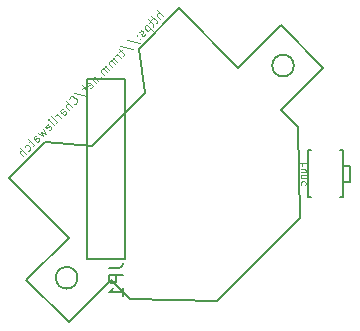
<source format=gbo>
G04 #@! TF.GenerationSoftware,KiCad,Pcbnew,5.0.2-bee76a0~70~ubuntu18.04.1*
G04 #@! TF.CreationDate,2019-09-23T19:43:07+01:00*
G04 #@! TF.ProjectId,charliewatch-norf-routed,63686172-6c69-4657-9761-7463682d6e6f,rev?*
G04 #@! TF.SameCoordinates,Original*
G04 #@! TF.FileFunction,Legend,Bot*
G04 #@! TF.FilePolarity,Positive*
%FSLAX46Y46*%
G04 Gerber Fmt 4.6, Leading zero omitted, Abs format (unit mm)*
G04 Created by KiCad (PCBNEW 5.0.2-bee76a0~70~ubuntu18.04.1) date Mon 23 Sep 2019 19:43:07 BST*
%MOMM*%
%LPD*%
G01*
G04 APERTURE LIST*
%ADD10C,0.060960*%
%ADD11C,0.150000*%
%ADD12C,0.127000*%
%ADD13C,0.203200*%
%ADD14C,0.121920*%
G04 APERTURE END LIST*
D10*
X147501331Y-91667118D02*
X146989457Y-91155243D01*
X147281956Y-91886493D02*
X147013832Y-91618368D01*
X146989457Y-91545243D01*
X147013832Y-91472118D01*
X147086957Y-91398993D01*
X147160081Y-91374618D01*
X147208831Y-91374618D01*
X146770082Y-91715868D02*
X146575082Y-91910868D01*
X146526332Y-91618368D02*
X146965082Y-92057118D01*
X146989457Y-92130242D01*
X146965082Y-92203367D01*
X146916332Y-92252117D01*
X146477582Y-92008368D02*
X146282582Y-92203367D01*
X146233832Y-91910868D02*
X146672582Y-92349617D01*
X146696957Y-92422742D01*
X146672582Y-92495867D01*
X146623832Y-92544617D01*
X146111957Y-92373992D02*
X146623832Y-92885867D01*
X146136332Y-92398367D02*
X146063207Y-92422742D01*
X145965707Y-92520242D01*
X145941332Y-92593367D01*
X145941332Y-92642117D01*
X145965707Y-92715242D01*
X146111957Y-92861492D01*
X146185082Y-92885867D01*
X146233832Y-92885867D01*
X146306957Y-92861492D01*
X146404457Y-92763992D01*
X146428832Y-92690867D01*
X145990082Y-93129617D02*
X145965707Y-93202742D01*
X145868207Y-93300242D01*
X145795083Y-93324617D01*
X145721958Y-93300242D01*
X145697583Y-93275867D01*
X145673208Y-93202742D01*
X145697583Y-93129617D01*
X145770708Y-93056492D01*
X145795083Y-92983367D01*
X145770708Y-92910242D01*
X145746333Y-92885867D01*
X145673208Y-92861492D01*
X145600083Y-92885867D01*
X145526958Y-92958992D01*
X145502583Y-93032117D01*
X145526958Y-93543991D02*
X145526958Y-93592741D01*
X145575708Y-93592741D01*
X145575708Y-93543991D01*
X145526958Y-93543991D01*
X145575708Y-93592741D01*
X145258833Y-93275867D02*
X145258833Y-93324617D01*
X145307583Y-93324617D01*
X145307583Y-93275867D01*
X145258833Y-93275867D01*
X145307583Y-93324617D01*
X144430084Y-93665866D02*
X145526958Y-93885241D01*
X143893834Y-94202116D02*
X144990708Y-94421491D01*
X143991334Y-94494616D02*
X143796334Y-94689615D01*
X143747584Y-94397116D02*
X144186334Y-94835865D01*
X144210709Y-94908990D01*
X144186334Y-94982115D01*
X144137584Y-95030865D01*
X143966959Y-95201490D02*
X143625709Y-94860240D01*
X143723209Y-94957740D02*
X143650084Y-94933365D01*
X143601334Y-94933365D01*
X143528209Y-94957740D01*
X143479459Y-95006490D01*
X143650084Y-95518365D02*
X143308835Y-95177115D01*
X143357584Y-95225865D02*
X143308835Y-95225865D01*
X143235710Y-95250240D01*
X143162585Y-95323365D01*
X143138210Y-95396490D01*
X143162585Y-95469615D01*
X143430709Y-95737740D01*
X143162585Y-95469615D02*
X143089460Y-95445240D01*
X143016335Y-95469615D01*
X142943210Y-95542740D01*
X142918835Y-95615865D01*
X142943210Y-95688990D01*
X143211335Y-95957114D01*
X142967585Y-96200864D02*
X142626335Y-95859615D01*
X142675085Y-95908364D02*
X142626335Y-95908364D01*
X142553210Y-95932739D01*
X142480085Y-96005864D01*
X142455710Y-96078989D01*
X142480085Y-96152114D01*
X142748210Y-96420239D01*
X142480085Y-96152114D02*
X142406960Y-96127739D01*
X142333835Y-96152114D01*
X142260710Y-96225239D01*
X142236335Y-96298364D01*
X142260710Y-96371489D01*
X142528835Y-96639614D01*
X142236335Y-96834614D02*
X142236335Y-96883364D01*
X142285085Y-96883364D01*
X142285085Y-96834614D01*
X142236335Y-96834614D01*
X142285085Y-96883364D01*
X141700086Y-96785864D02*
X142041335Y-97127114D01*
X141748836Y-96834614D02*
X141700086Y-96834614D01*
X141626961Y-96858989D01*
X141553836Y-96932114D01*
X141529461Y-97005239D01*
X141553836Y-97078364D01*
X141821961Y-97346488D01*
X141358836Y-97760863D02*
X141431961Y-97736488D01*
X141529461Y-97638988D01*
X141553836Y-97565863D01*
X141529461Y-97492738D01*
X141334461Y-97297738D01*
X141261336Y-97273363D01*
X141188211Y-97297738D01*
X141090711Y-97395238D01*
X141066336Y-97468363D01*
X141090711Y-97541488D01*
X141139461Y-97590238D01*
X141431961Y-97395238D01*
X140871336Y-97614613D02*
X140676337Y-97809613D01*
X140627587Y-97517113D02*
X141066336Y-97955863D01*
X141090711Y-98028988D01*
X141066336Y-98102113D01*
X141017586Y-98150863D01*
X139945087Y-98150863D02*
X141041961Y-98370238D01*
X139969462Y-99101487D02*
X140018212Y-99101487D01*
X140115712Y-99052737D01*
X140164462Y-99003987D01*
X140213212Y-98906487D01*
X140213212Y-98808987D01*
X140188837Y-98735862D01*
X140115712Y-98613987D01*
X140042587Y-98540862D01*
X139920712Y-98467737D01*
X139847587Y-98443363D01*
X139750087Y-98443363D01*
X139652587Y-98492112D01*
X139603837Y-98540862D01*
X139555087Y-98638362D01*
X139555087Y-98687112D01*
X139798837Y-99369612D02*
X139286963Y-98857737D01*
X139579462Y-99588987D02*
X139311338Y-99320862D01*
X139286963Y-99247737D01*
X139311338Y-99174612D01*
X139384463Y-99101487D01*
X139457588Y-99077112D01*
X139506337Y-99077112D01*
X139116338Y-100052111D02*
X138848213Y-99783986D01*
X138823838Y-99710862D01*
X138848213Y-99637737D01*
X138945713Y-99540237D01*
X139018838Y-99515862D01*
X139091963Y-100027736D02*
X139165088Y-100003361D01*
X139286963Y-99881486D01*
X139311338Y-99808361D01*
X139286963Y-99735237D01*
X139238213Y-99686487D01*
X139165088Y-99662112D01*
X139091963Y-99686487D01*
X138970088Y-99808361D01*
X138896963Y-99832736D01*
X138872588Y-100295861D02*
X138531338Y-99954611D01*
X138628838Y-100052111D02*
X138555713Y-100027736D01*
X138506963Y-100027736D01*
X138433838Y-100052111D01*
X138385088Y-100100861D01*
X138482588Y-100685861D02*
X138506963Y-100612736D01*
X138482588Y-100539611D01*
X138043839Y-100100861D01*
X138287588Y-100880861D02*
X137946339Y-100539611D01*
X137775714Y-100368986D02*
X137824464Y-100368986D01*
X137824464Y-100417736D01*
X137775714Y-100417736D01*
X137775714Y-100368986D01*
X137824464Y-100417736D01*
X137824464Y-101295235D02*
X137897589Y-101270860D01*
X137995089Y-101173360D01*
X138019464Y-101100235D01*
X137995089Y-101027110D01*
X137800089Y-100832111D01*
X137726964Y-100807736D01*
X137653839Y-100832111D01*
X137556339Y-100929611D01*
X137531964Y-101002736D01*
X137556339Y-101075860D01*
X137605089Y-101124610D01*
X137897589Y-100929611D01*
X137312589Y-101173360D02*
X137556339Y-101612110D01*
X137215089Y-101465860D01*
X137361339Y-101807110D01*
X136922590Y-101563360D01*
X136849465Y-102318984D02*
X136581340Y-102050860D01*
X136556965Y-101977735D01*
X136581340Y-101904610D01*
X136678840Y-101807110D01*
X136751965Y-101782735D01*
X136825090Y-102294609D02*
X136898215Y-102270235D01*
X137020089Y-102148360D01*
X137044464Y-102075235D01*
X137020089Y-102002110D01*
X136971339Y-101953360D01*
X136898215Y-101928985D01*
X136825090Y-101953360D01*
X136703215Y-102075235D01*
X136630090Y-102099610D01*
X136337590Y-102148360D02*
X136142590Y-102343359D01*
X136093840Y-102050860D02*
X136532590Y-102489609D01*
X136556965Y-102562734D01*
X136532590Y-102635859D01*
X136483840Y-102684609D01*
X136069465Y-103050234D02*
X136142590Y-103025859D01*
X136240090Y-102928359D01*
X136264465Y-102855234D01*
X136264465Y-102806484D01*
X136240090Y-102733359D01*
X136093840Y-102587109D01*
X136020715Y-102562734D01*
X135971965Y-102562734D01*
X135898840Y-102587109D01*
X135801340Y-102684609D01*
X135776965Y-102757734D01*
X135874465Y-103293984D02*
X135362591Y-102782109D01*
X135655090Y-103513359D02*
X135386966Y-103245234D01*
X135362591Y-103172109D01*
X135386966Y-103098984D01*
X135460091Y-103025859D01*
X135533216Y-103001484D01*
X135581966Y-103001484D01*
D11*
G04 #@! TO.C,JP1*
X141071600Y-112179100D02*
X141071600Y-96939100D01*
X144246600Y-112179100D02*
X141071600Y-112179100D01*
X144246600Y-96939100D02*
X144246600Y-112179100D01*
X141071600Y-96939100D02*
X144246600Y-96939100D01*
D12*
X143611600Y-96939100D02*
X141071600Y-96939100D01*
X141071600Y-96939100D02*
X141071600Y-112179100D01*
X141071600Y-112179100D02*
X143611600Y-112179100D01*
G04 #@! TO.C,U$1*
X140257039Y-113804251D02*
G75*
G03X140257039Y-113804251I-915800J0D01*
G01*
X158576760Y-95843739D02*
G75*
G03X158576760Y-95843739I-915799J0D01*
G01*
X157481356Y-92431241D02*
X161073459Y-96023344D01*
X153889254Y-96023344D02*
X157481356Y-92431241D01*
X148860310Y-90994400D02*
X153889254Y-96023344D01*
X145447813Y-94406898D02*
X148860310Y-90994400D01*
X145986628Y-98178605D02*
X145447813Y-94406898D01*
X141496500Y-102668733D02*
X145986628Y-98178605D01*
X137545188Y-102309523D02*
X141496500Y-102668733D01*
X134491900Y-105362810D02*
X137545188Y-102309523D01*
X139520844Y-110391754D02*
X134491900Y-105362810D01*
X135928741Y-113983856D02*
X139520844Y-110391754D01*
X139520844Y-117575959D02*
X135928741Y-113983856D01*
X143112946Y-113983856D02*
X139520844Y-117575959D01*
X144729392Y-115600302D02*
X143112946Y-113983856D01*
X152093202Y-115779907D02*
X144729392Y-115600302D01*
X159097802Y-108775308D02*
X152093202Y-115779907D01*
X158918197Y-101052287D02*
X159097802Y-108775308D01*
X157481356Y-99615446D02*
X158918197Y-101052287D01*
X161073459Y-96023344D02*
X157481356Y-99615446D01*
D13*
G04 #@! TO.C,S2*
X163364600Y-104303600D02*
X162764600Y-104303600D01*
X163364600Y-105703600D02*
X162764600Y-105703600D01*
X163364600Y-104303600D02*
X163364600Y-105703600D01*
X162764600Y-107003600D02*
X162464600Y-107003600D01*
X162764600Y-105703600D02*
X162764600Y-107003600D01*
X162764600Y-104303600D02*
X162764600Y-105703600D01*
X162764600Y-103003600D02*
X162764600Y-104303600D01*
X162464600Y-103003600D02*
X162764600Y-103003600D01*
X159764600Y-107003600D02*
X160064600Y-107003600D01*
X159764600Y-103003600D02*
X159764600Y-107003600D01*
X160064600Y-103003600D02*
X159764600Y-103003600D01*
G04 #@! TO.C,JP1*
D12*
X142906447Y-112969826D02*
X143768233Y-112969826D01*
X143940590Y-112912373D01*
X144055495Y-112797469D01*
X144112947Y-112625111D01*
X144112947Y-112510207D01*
X144112947Y-113544350D02*
X142906447Y-113544350D01*
X142906447Y-114003969D01*
X142963900Y-114118873D01*
X143021352Y-114176326D01*
X143136257Y-114233778D01*
X143308614Y-114233778D01*
X143423519Y-114176326D01*
X143480971Y-114118873D01*
X143538423Y-114003969D01*
X143538423Y-113544350D01*
X144112947Y-115382826D02*
X144112947Y-114693397D01*
X144112947Y-115038111D02*
X142906447Y-115038111D01*
X143078804Y-114923207D01*
X143193709Y-114808302D01*
X143251161Y-114693397D01*
G04 #@! TO.C,S2*
D14*
X159282674Y-104314171D02*
X159282674Y-104121131D01*
X159586022Y-104121131D02*
X159006902Y-104121131D01*
X159006902Y-104396902D01*
X159199942Y-104865714D02*
X159586022Y-104865714D01*
X159199942Y-104617520D02*
X159503291Y-104617520D01*
X159558445Y-104645097D01*
X159586022Y-104700251D01*
X159586022Y-104782982D01*
X159558445Y-104838137D01*
X159530868Y-104865714D01*
X159199942Y-105141485D02*
X159586022Y-105141485D01*
X159255097Y-105141485D02*
X159227520Y-105169062D01*
X159199942Y-105224217D01*
X159199942Y-105306948D01*
X159227520Y-105362102D01*
X159282674Y-105389680D01*
X159586022Y-105389680D01*
X159558445Y-105913645D02*
X159586022Y-105858491D01*
X159586022Y-105748182D01*
X159558445Y-105693028D01*
X159530868Y-105665451D01*
X159475714Y-105637874D01*
X159310251Y-105637874D01*
X159255097Y-105665451D01*
X159227520Y-105693028D01*
X159199942Y-105748182D01*
X159199942Y-105858491D01*
X159227520Y-105913645D01*
G04 #@! TD*
M02*

</source>
